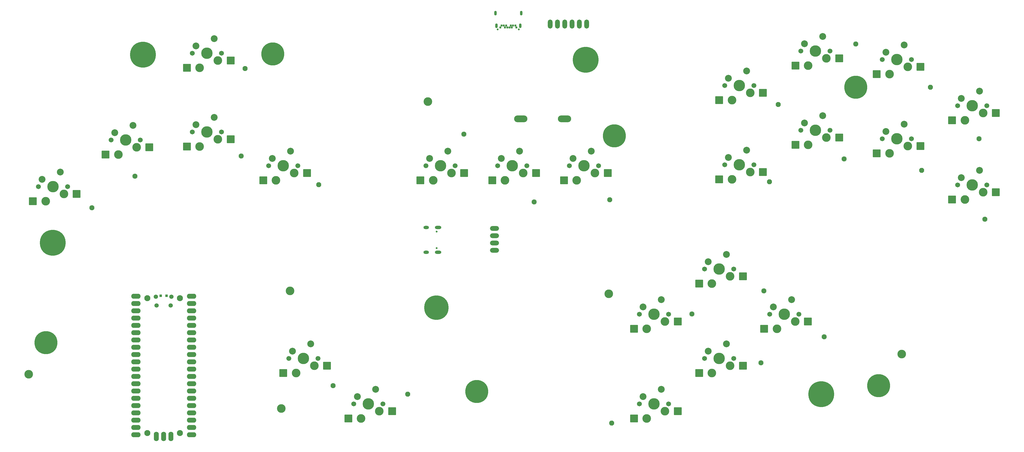
<source format=gbs>
%TF.GenerationSoftware,KiCad,Pcbnew,(7.0.0)*%
%TF.CreationDate,2023-02-14T15:50:17+01:00*%
%TF.ProjectId,OF1 v1,4f463120-7631-42e6-9b69-6361645f7063,rev?*%
%TF.SameCoordinates,Original*%
%TF.FileFunction,Soldermask,Bot*%
%TF.FilePolarity,Negative*%
%FSLAX46Y46*%
G04 Gerber Fmt 4.6, Leading zero omitted, Abs format (unit mm)*
G04 Created by KiCad (PCBNEW (7.0.0)) date 2023-02-14 15:50:17*
%MOMM*%
%LPD*%
G01*
G04 APERTURE LIST*
G04 Aperture macros list*
%AMRoundRect*
0 Rectangle with rounded corners*
0 $1 Rounding radius*
0 $2 $3 $4 $5 $6 $7 $8 $9 X,Y pos of 4 corners*
0 Add a 4 corners polygon primitive as box body*
4,1,4,$2,$3,$4,$5,$6,$7,$8,$9,$2,$3,0*
0 Add four circle primitives for the rounded corners*
1,1,$1+$1,$2,$3*
1,1,$1+$1,$4,$5*
1,1,$1+$1,$6,$7*
1,1,$1+$1,$8,$9*
0 Add four rect primitives between the rounded corners*
20,1,$1+$1,$2,$3,$4,$5,0*
20,1,$1+$1,$4,$5,$6,$7,0*
20,1,$1+$1,$6,$7,$8,$9,0*
20,1,$1+$1,$8,$9,$2,$3,0*%
%AMFreePoly0*
4,1,17,0.425901,0.806901,0.806901,0.425901,0.825500,0.381000,0.825500,-0.381000,0.806901,-0.425901,0.425901,-0.806901,0.381000,-0.825500,-0.381000,-0.825500,-0.425901,-0.806901,-0.806901,-0.425901,-0.825500,-0.381000,-0.825500,0.381000,-0.806901,0.425901,-0.425901,0.806901,-0.381000,0.825500,0.381000,0.825500,0.425901,0.806901,0.425901,0.806901,$1*%
G04 Aperture macros list end*
%ADD10O,3.175000X1.651000*%
%ADD11C,1.701800*%
%ADD12C,3.000000*%
%ADD13C,3.987800*%
%ADD14C,2.374900*%
%ADD15RoundRect,0.063500X1.275000X1.250000X-1.275000X1.250000X-1.275000X-1.250000X1.275000X-1.250000X0*%
%ADD16FreePoly0,0.000000*%
%ADD17O,4.622800X2.374900*%
%ADD18C,9.000000*%
%ADD19C,8.000000*%
%ADD20C,8.500000*%
%ADD21C,0.650000*%
%ADD22C,0.777000*%
%ADD23O,0.877000X1.627000*%
%ADD24C,2.100000*%
%ADD25C,1.500000*%
%ADD26O,3.327000X1.727000*%
%ADD27O,1.727000X3.327000*%
%ADD28RoundRect,0.063500X-0.400000X-0.400000X0.400000X-0.400000X0.400000X0.400000X-0.400000X0.400000X0*%
%ADD29O,2.227000X1.127000*%
%ADD30O,1.927000X1.127000*%
%ADD31O,1.651000X3.175000*%
G04 APERTURE END LIST*
D10*
%TO.C,J4*%
X142745064Y-111563599D03*
X142745064Y-109023599D03*
X142745064Y-106483599D03*
X142745064Y-103943599D03*
%TD*%
D11*
%TO.C,U$15*%
X287921100Y-72757600D03*
D12*
X286651100Y-75297600D03*
D13*
X282841100Y-72757600D03*
D12*
X280301100Y-77837600D03*
D11*
X277761100Y-72757600D03*
D14*
X279031100Y-70217600D03*
X285381100Y-67677600D03*
D15*
X291096100Y-75297600D03*
X275856100Y-77837600D03*
%TD*%
D16*
%TO.C,JP11*%
X264501100Y-79753600D03*
%TD*%
D11*
%TO.C,U$11*%
X287921100Y-45147600D03*
D12*
X286651100Y-47687600D03*
D13*
X282841100Y-45147600D03*
D12*
X280301100Y-50227600D03*
D11*
X277761100Y-45147600D03*
D14*
X279031100Y-42607600D03*
X285381100Y-40067600D03*
D15*
X291096100Y-47687600D03*
X275856100Y-50227600D03*
%TD*%
D16*
%TO.C,JP1*%
X55880000Y-48260000D03*
%TD*%
%TO.C,JP10*%
X238501100Y-87753600D03*
%TD*%
D11*
%TO.C,U$17*%
X226033100Y-118117600D03*
D12*
X224763100Y-120657600D03*
D13*
X220953100Y-118117600D03*
D12*
X218413100Y-123197600D03*
D11*
X215873100Y-118117600D03*
D14*
X217143100Y-115577600D03*
X223493100Y-113037600D03*
D15*
X229208100Y-120657600D03*
X213968100Y-123197600D03*
%TD*%
D16*
%TO.C,JP5*%
X81501100Y-88753600D03*
%TD*%
D11*
%TO.C,U$6*%
X81213100Y-149302600D03*
D12*
X79943100Y-151842600D03*
D13*
X76133100Y-149302600D03*
D12*
X73593100Y-154382600D03*
D11*
X71053100Y-149302600D03*
D14*
X72323100Y-146762600D03*
X78673100Y-144222600D03*
D15*
X84388100Y-151842600D03*
X69148100Y-154382600D03*
%TD*%
D17*
%TO.C,D1*%
X151881099Y-65753599D03*
X167121099Y-65753599D03*
%TD*%
D18*
%TO.C,@HOLE11*%
X174501100Y-45253600D03*
%TD*%
D19*
%TO.C,@HOLE8*%
X184501100Y-71753600D03*
%TD*%
D12*
%TO.C,@HOLE0*%
X68501100Y-166753600D03*
%TD*%
D11*
%TO.C,U$20*%
X226033100Y-149302600D03*
D12*
X224763100Y-151842600D03*
D13*
X220953100Y-149302600D03*
D12*
X218413100Y-154382600D03*
D11*
X215873100Y-149302600D03*
D14*
X217143100Y-146762600D03*
X223493100Y-144222600D03*
D15*
X229208100Y-151842600D03*
X213968100Y-154382600D03*
%TD*%
D16*
%TO.C,JP18*%
X211501100Y-133753600D03*
%TD*%
D19*
%TO.C,@HOLE9*%
X136501100Y-160753600D03*
%TD*%
D16*
%TO.C,JP23*%
X182880000Y-93980000D03*
%TD*%
D11*
%TO.C,U$10*%
X259566100Y-42172600D03*
D12*
X258296100Y-44712600D03*
D13*
X254486100Y-42172600D03*
D12*
X251946100Y-47252600D03*
D11*
X249406100Y-42172600D03*
D14*
X250676100Y-39632600D03*
X257026100Y-37092600D03*
D15*
X262741100Y-44712600D03*
X247501100Y-47252600D03*
%TD*%
D16*
%TO.C,JP6*%
X86501100Y-158753600D03*
%TD*%
D20*
%TO.C,@HOLE14*%
X122501100Y-131553600D03*
%TD*%
D16*
%TO.C,JP14*%
X311501100Y-72753600D03*
%TD*%
%TO.C,JP4*%
X54501100Y-78753600D03*
%TD*%
D11*
%TO.C,U$3*%
X47682100Y-42888600D03*
D12*
X46412100Y-45428600D03*
D13*
X42602100Y-42888600D03*
D12*
X40062100Y-47968600D03*
D11*
X37522100Y-42888600D03*
D14*
X38792100Y-40348600D03*
X45142100Y-37808600D03*
D15*
X50857100Y-45428600D03*
X35617100Y-47968600D03*
%TD*%
D11*
%TO.C,U$13*%
X233048100Y-81777600D03*
D12*
X231778100Y-84317600D03*
D13*
X227968100Y-81777600D03*
D12*
X225428100Y-86857600D03*
D11*
X222888100Y-81777600D03*
D14*
X224158100Y-79237600D03*
X230508100Y-76697600D03*
D15*
X236223100Y-84317600D03*
X220983100Y-86857600D03*
%TD*%
D16*
%TO.C,JP9*%
X241501100Y-60753600D03*
%TD*%
D21*
%TO.C,J2*%
X151168981Y-34593600D03*
X143818981Y-34593600D03*
D22*
X144768981Y-33943600D03*
X145168981Y-33243600D03*
X145968981Y-33243600D03*
X146368981Y-33943600D03*
X146768981Y-33243600D03*
X147168981Y-33943600D03*
X147968981Y-33943600D03*
X148368981Y-33243600D03*
X148768981Y-33943600D03*
X149168981Y-33243600D03*
X149968981Y-33243600D03*
X150368981Y-33943600D03*
D23*
X151698980Y-33343599D03*
X143438980Y-33343599D03*
X152058980Y-28953599D03*
X143078980Y-28953599D03*
%TD*%
D11*
%TO.C,U$1*%
X-5953900Y-89417600D03*
D12*
X-7223900Y-91957600D03*
D13*
X-11033900Y-89417600D03*
D12*
X-13573900Y-94497600D03*
D11*
X-16113900Y-89417600D03*
D14*
X-14843900Y-86877600D03*
X-8493900Y-84337600D03*
D15*
X-2778900Y-91957600D03*
X-18018900Y-94497600D03*
%TD*%
D11*
%TO.C,U$21*%
X203346100Y-165072600D03*
D12*
X202076100Y-167612600D03*
D13*
X198266100Y-165072600D03*
D12*
X195726100Y-170152600D03*
D11*
X193186100Y-165072600D03*
D14*
X194456100Y-162532600D03*
X200806100Y-159992600D03*
D15*
X206521100Y-167612600D03*
X191281100Y-170152600D03*
%TD*%
D16*
%TO.C,JP16*%
X291501100Y-83753600D03*
%TD*%
D11*
%TO.C,U$2*%
X19326100Y-73114600D03*
D12*
X18056100Y-75654600D03*
D13*
X14246100Y-73114600D03*
D12*
X11706100Y-78194600D03*
D11*
X9166100Y-73114600D03*
D14*
X10436100Y-70574600D03*
X16786100Y-68034600D03*
D15*
X22501100Y-75654600D03*
X7261100Y-78194600D03*
%TD*%
D11*
%TO.C,U$4*%
X47682100Y-70388600D03*
D12*
X46412100Y-72928600D03*
D13*
X42602100Y-70388600D03*
D12*
X40062100Y-75468600D03*
D11*
X37522100Y-70388600D03*
D14*
X38792100Y-67848600D03*
X45142100Y-65308600D03*
D15*
X50857100Y-72928600D03*
X35617100Y-75468600D03*
%TD*%
D18*
%TO.C,@HOLE13*%
X20320000Y-43453600D03*
%TD*%
D12*
%TO.C,@HOLE1*%
X284501100Y-147753600D03*
%TD*%
D16*
%TO.C,JP20*%
X235501100Y-150753600D03*
%TD*%
D11*
%TO.C,U$7*%
X103901100Y-165071600D03*
D12*
X102631100Y-167611600D03*
D13*
X98821100Y-165071600D03*
D12*
X96281100Y-170151600D03*
D11*
X93741100Y-165071600D03*
D14*
X95011100Y-162531600D03*
X101361100Y-159991600D03*
D15*
X107076100Y-167611600D03*
X91836100Y-170151600D03*
%TD*%
D16*
%TO.C,JP13*%
X294501100Y-54753600D03*
%TD*%
D11*
%TO.C,U$19*%
X248690100Y-133887600D03*
D12*
X247420100Y-136427600D03*
D13*
X243610100Y-133887600D03*
D12*
X241070100Y-138967600D03*
D11*
X238530100Y-133887600D03*
D14*
X239800100Y-131347600D03*
X246150100Y-128807600D03*
D15*
X251865100Y-136427600D03*
X236625100Y-138967600D03*
%TD*%
D16*
%TO.C,JP17*%
X236501100Y-125753600D03*
%TD*%
%TO.C,JP12*%
X268501100Y-39753600D03*
%TD*%
D12*
%TO.C,@HOLE2*%
X-19498900Y-154753600D03*
%TD*%
D24*
%TO.C,J1*%
X21801100Y-128253600D03*
X21801100Y-175253600D03*
D25*
X24776100Y-127753600D03*
X25076100Y-130783600D03*
X29926100Y-130783600D03*
X30226100Y-127753600D03*
D24*
X33201100Y-128253600D03*
X33201100Y-175253600D03*
D26*
X37191099Y-137783599D03*
X37191099Y-135243599D03*
X37191099Y-140323599D03*
X37191099Y-145403599D03*
X17811099Y-132703599D03*
X17811099Y-145403599D03*
X17811099Y-158103599D03*
X17811099Y-170803599D03*
D27*
X27501099Y-176453599D03*
D26*
X37191099Y-170803599D03*
X37191099Y-158103599D03*
X37191099Y-132703599D03*
X17811099Y-127623599D03*
X17811099Y-130163599D03*
X17811099Y-135243599D03*
X17811099Y-137783599D03*
X17811099Y-140323599D03*
X17811099Y-142863599D03*
X17811099Y-147943599D03*
X17811099Y-150483599D03*
X17811099Y-153023599D03*
X17811099Y-155563599D03*
X17811099Y-160643599D03*
X17811099Y-163183599D03*
X17811099Y-165723599D03*
X17811099Y-168263599D03*
X17811099Y-173343599D03*
X17811099Y-175883599D03*
X37191099Y-175883599D03*
X37191099Y-173343599D03*
X37191099Y-168263599D03*
X37191099Y-165723599D03*
X37191099Y-163183599D03*
X37191099Y-160643599D03*
X37191099Y-155563599D03*
X37191099Y-150483599D03*
X37191099Y-147943599D03*
X37191099Y-142863599D03*
X37191099Y-153023599D03*
D27*
X24961099Y-176453599D03*
X30041099Y-176453599D03*
D28*
X28501100Y-127453600D03*
X26501100Y-127453600D03*
D26*
X37191099Y-127623599D03*
X37191099Y-130163599D03*
%TD*%
D16*
%TO.C,JP15*%
X313501100Y-100753600D03*
%TD*%
D12*
%TO.C,@HOLE10*%
X119501100Y-59753600D03*
%TD*%
D18*
%TO.C,@HOLE15*%
X256501100Y-161753600D03*
%TD*%
D19*
%TO.C,@HOLE6*%
X-13498900Y-143753600D03*
%TD*%
D12*
%TO.C,@HOLE16*%
X71501100Y-125753600D03*
%TD*%
D11*
%TO.C,U$5*%
X74254100Y-82151600D03*
D12*
X72984100Y-84691600D03*
D13*
X69174100Y-82151600D03*
D12*
X66634100Y-87231600D03*
D11*
X64094100Y-82151600D03*
D14*
X65364100Y-79611600D03*
X71714100Y-77071600D03*
D15*
X77429100Y-84691600D03*
X62189100Y-87231600D03*
%TD*%
D11*
%TO.C,U$18*%
X203346100Y-133887600D03*
D12*
X202076100Y-136427600D03*
D13*
X198266100Y-133887600D03*
D12*
X195726100Y-138967600D03*
D11*
X193186100Y-133887600D03*
D14*
X194456100Y-131347600D03*
X200806100Y-128807600D03*
D15*
X206521100Y-136427600D03*
X191281100Y-138967600D03*
%TD*%
D12*
%TO.C,@HOLE3*%
X182501100Y-126753600D03*
%TD*%
D18*
%TO.C,@HOLE12*%
X-11098900Y-108953600D03*
%TD*%
D11*
%TO.C,U$16*%
X314144100Y-88793600D03*
D12*
X312874100Y-91333600D03*
D13*
X309064100Y-88793600D03*
D12*
X306524100Y-93873600D03*
D11*
X303984100Y-88793600D03*
D14*
X305254100Y-86253600D03*
X311604100Y-83713600D03*
D15*
X317319100Y-91333600D03*
X302079100Y-93873600D03*
%TD*%
D19*
%TO.C,@HOLE4*%
X268501100Y-54753600D03*
%TD*%
D16*
%TO.C,JP7*%
X112501100Y-161753600D03*
%TD*%
D21*
%TO.C,J5*%
X122579393Y-105081075D03*
X122579393Y-110861075D03*
D29*
X123079392Y-103651074D03*
D30*
X118899392Y-103651074D03*
D29*
X123079392Y-112291074D03*
D30*
X118899392Y-112291074D03*
%TD*%
D16*
%TO.C,JP2*%
X2501100Y-96753600D03*
%TD*%
%TO.C,JP8*%
X156501100Y-94753600D03*
%TD*%
D11*
%TO.C,U$12*%
X314144100Y-61183600D03*
D12*
X312874100Y-63723600D03*
D13*
X309064100Y-61183600D03*
D12*
X306524100Y-66263600D03*
D11*
X303984100Y-61183600D03*
D14*
X305254100Y-58643600D03*
X311604100Y-56103600D03*
D15*
X317319100Y-63723600D03*
X302079100Y-66263600D03*
%TD*%
D11*
%TO.C,U$9*%
X233048100Y-54168600D03*
D12*
X231778100Y-56708600D03*
D13*
X227968100Y-54168600D03*
D12*
X225428100Y-59248600D03*
D11*
X222888100Y-54168600D03*
D14*
X224158100Y-51628600D03*
X230508100Y-49088600D03*
D15*
X236223100Y-56708600D03*
X220983100Y-59248600D03*
%TD*%
D11*
%TO.C,U$23*%
X178986100Y-82151600D03*
D12*
X177716100Y-84691600D03*
D13*
X173906100Y-82151600D03*
D12*
X171366100Y-87231600D03*
D11*
X168826100Y-82151600D03*
D14*
X170096100Y-79611600D03*
X176446100Y-77071600D03*
D15*
X182161100Y-84691600D03*
X166921100Y-87231600D03*
%TD*%
D16*
%TO.C,JP21*%
X183501100Y-171753600D03*
%TD*%
D11*
%TO.C,U$14*%
X259566100Y-69782600D03*
D12*
X258296100Y-72322600D03*
D13*
X254486100Y-69782600D03*
D12*
X251946100Y-74862600D03*
D11*
X249406100Y-69782600D03*
D14*
X250676100Y-67242600D03*
X257026100Y-64702600D03*
D15*
X262741100Y-72322600D03*
X247501100Y-74862600D03*
%TD*%
D16*
%TO.C,JP19*%
X257501100Y-141753600D03*
%TD*%
D31*
%TO.C,J3*%
X162151099Y-32753599D03*
X164691099Y-32753599D03*
X167231099Y-32753599D03*
X169771099Y-32753599D03*
X172311099Y-32753599D03*
X174851099Y-32753599D03*
%TD*%
D19*
%TO.C,@HOLE5*%
X276501100Y-158753600D03*
%TD*%
D16*
%TO.C,JP22*%
X132080000Y-71120000D03*
%TD*%
D19*
%TO.C,@HOLE7*%
X65501100Y-43180000D03*
%TD*%
D11*
%TO.C,U$22*%
X128986100Y-82151600D03*
D12*
X127716100Y-84691600D03*
D13*
X123906100Y-82151600D03*
D12*
X121366100Y-87231600D03*
D11*
X118826100Y-82151600D03*
D14*
X120096100Y-79611600D03*
X126446100Y-77071600D03*
D15*
X132161100Y-84691600D03*
X116921100Y-87231600D03*
%TD*%
D16*
%TO.C,JP3*%
X17501100Y-85753600D03*
%TD*%
D11*
%TO.C,U$8*%
X153986100Y-82151600D03*
D12*
X152716100Y-84691600D03*
D13*
X148906100Y-82151600D03*
D12*
X146366100Y-87231600D03*
D11*
X143826100Y-82151600D03*
D14*
X145096100Y-79611600D03*
X151446100Y-77071600D03*
D15*
X157161100Y-84691600D03*
X141921100Y-87231600D03*
%TD*%
M02*

</source>
